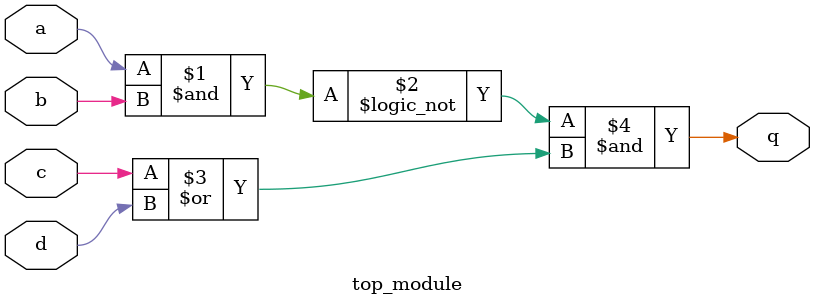
<source format=sv>
module top_module (
    input a,
    input b,
    input c,
    input d,
    output q
);
	
	assign q = (!(a & b)) & (c | d);	
	
endmodule

</source>
